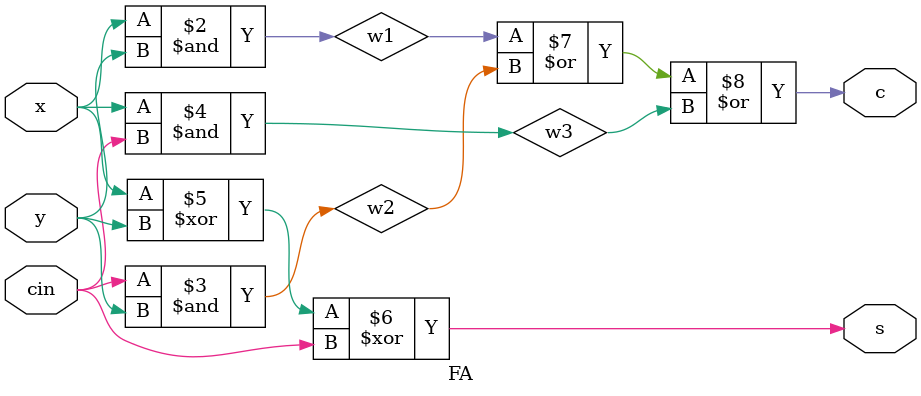
<source format=v>
module FA(x,y,cin,s,c);

input x,y,cin;
output s,c;
reg s,c;
reg w1,w2,w3;

always@(*)begin
 w1=x&y;
 w2=cin&y;
 w3=x&cin;

 s=x^y^cin;
 c=w1|w2|w3;
end
endmodule


</source>
